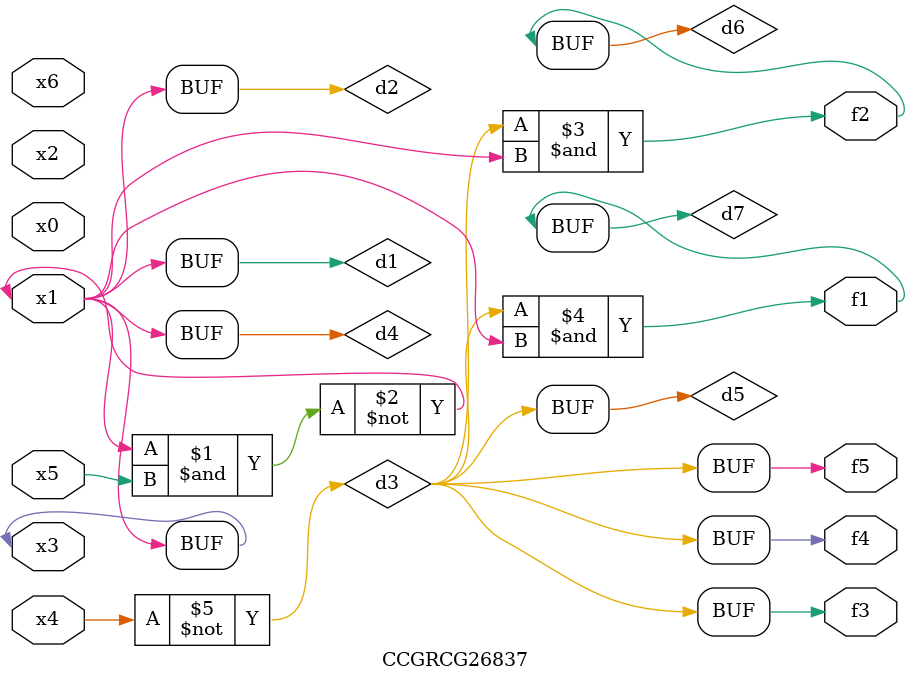
<source format=v>
module CCGRCG26837(
	input x0, x1, x2, x3, x4, x5, x6,
	output f1, f2, f3, f4, f5
);

	wire d1, d2, d3, d4, d5, d6, d7;

	buf (d1, x1, x3);
	nand (d2, x1, x5);
	not (d3, x4);
	buf (d4, d1, d2);
	buf (d5, d3);
	and (d6, d3, d4);
	and (d7, d3, d4);
	assign f1 = d7;
	assign f2 = d6;
	assign f3 = d5;
	assign f4 = d5;
	assign f5 = d5;
endmodule

</source>
